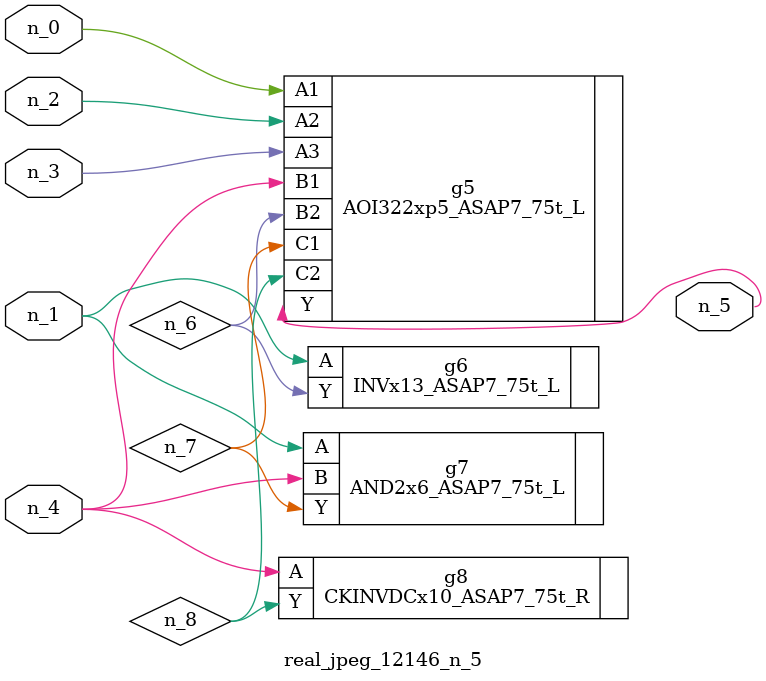
<source format=v>
module real_jpeg_12146_n_5 (n_4, n_0, n_1, n_2, n_3, n_5);

input n_4;
input n_0;
input n_1;
input n_2;
input n_3;

output n_5;

wire n_8;
wire n_6;
wire n_7;

AOI322xp5_ASAP7_75t_L g5 ( 
.A1(n_0),
.A2(n_2),
.A3(n_3),
.B1(n_4),
.B2(n_6),
.C1(n_7),
.C2(n_8),
.Y(n_5)
);

INVx13_ASAP7_75t_L g6 ( 
.A(n_1),
.Y(n_6)
);

AND2x6_ASAP7_75t_L g7 ( 
.A(n_1),
.B(n_4),
.Y(n_7)
);

CKINVDCx10_ASAP7_75t_R g8 ( 
.A(n_4),
.Y(n_8)
);


endmodule
</source>
